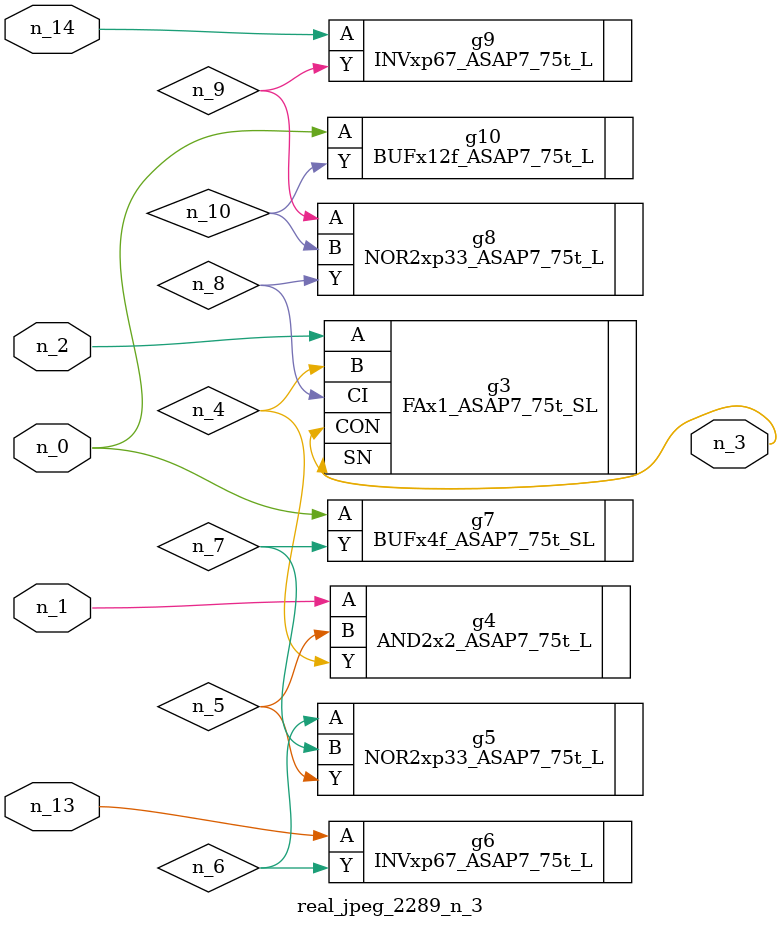
<source format=v>
module real_jpeg_2289_n_3 (n_0, n_1, n_14, n_2, n_13, n_3);

input n_0;
input n_1;
input n_14;
input n_2;
input n_13;

output n_3;

wire n_5;
wire n_4;
wire n_8;
wire n_6;
wire n_7;
wire n_10;
wire n_9;

BUFx4f_ASAP7_75t_SL g7 ( 
.A(n_0),
.Y(n_7)
);

BUFx12f_ASAP7_75t_L g10 ( 
.A(n_0),
.Y(n_10)
);

AND2x2_ASAP7_75t_L g4 ( 
.A(n_1),
.B(n_5),
.Y(n_4)
);

FAx1_ASAP7_75t_SL g3 ( 
.A(n_2),
.B(n_4),
.CI(n_8),
.CON(n_3),
.SN(n_3)
);

NOR2xp33_ASAP7_75t_L g5 ( 
.A(n_6),
.B(n_7),
.Y(n_5)
);

NOR2xp33_ASAP7_75t_L g8 ( 
.A(n_9),
.B(n_10),
.Y(n_8)
);

INVxp67_ASAP7_75t_L g6 ( 
.A(n_13),
.Y(n_6)
);

INVxp67_ASAP7_75t_L g9 ( 
.A(n_14),
.Y(n_9)
);


endmodule
</source>
